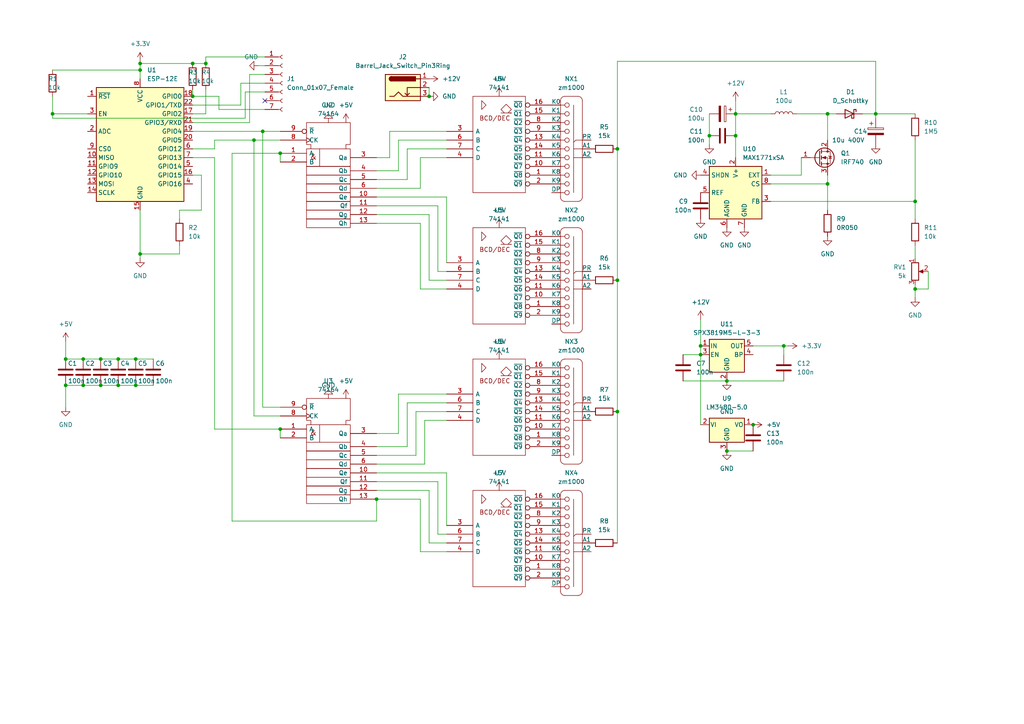
<source format=kicad_sch>
(kicad_sch (version 20230121) (generator eeschema)
  (paper "A4")
  (lib_symbols
    (symbol "74xx_IEEE:74141" (pin_names (offset 0.762))
      (property "Reference" "U" (at 0 0 0))
      (property "Value" "74141" (at 7.62 -15.24 0))
      (symbol "74141_0_0"
        (polyline (pts (xy 3.556 9.144) (xy 3.048 9.144) (xy 3.048 9.144)))
        (polyline (pts (xy -5.08 12.7) (xy -5.08 10.16) (xy -3.81 11.43) (xy -5.08 12.7) (xy -5.08 12.7)))
        (polyline (pts (xy 2.54 9.144) (xy 3.556 10.16) (xy 2.032 11.684) (xy 0.508 10.16) (xy 1.524 9.144) (xy 0.508 9.144) (xy 3.556 9.144)))
        (text "BCD/DEC" (at -1.27 7.62 0) (effects (font (size 1.27 1.27))))
        (pin power_in line (at 0 -13.97 90) (length 0) hide (name "GND") (number "12"))
        (pin power_in line (at 0 13.97 270) (length 0) hide (name "VCC") (number "5"))
      )
      (symbol "74141_0_1"
        (rectangle (start -7.62 13.97) (end 7.62 -13.97))
      )
      (symbol "74141_1_1"
        (pin open_collector inverted (at 15.24 -8.89 180) (length 7.62) (name "~{Q8}") (number "1"))
        (pin open_collector inverted (at 15.24 -6.35 180) (length 7.62) (name "~{Q7}") (number "10"))
        (pin open_collector inverted (at 15.24 -3.81 180) (length 7.62) (name "~{Q6}") (number "11"))
        (pin open_collector inverted (at 15.24 1.27 180) (length 7.62) (name "~{Q4}") (number "13"))
        (pin open_collector inverted (at 15.24 -1.27 180) (length 7.62) (name "~{Q5}") (number "14"))
        (pin open_collector inverted (at 15.24 8.89 180) (length 7.62) (name "~{Q1}") (number "15"))
        (pin open_collector inverted (at 15.24 11.43 180) (length 7.62) (name "~{Q0}") (number "16"))
        (pin open_collector inverted (at 15.24 -11.43 180) (length 7.62) (name "~{Q9}") (number "2"))
        (pin input line (at -15.24 3.81 0) (length 7.62) (name "A") (number "3"))
        (pin input line (at -15.24 -3.81 0) (length 7.62) (name "D") (number "4"))
        (pin input line (at -15.24 1.27 0) (length 7.62) (name "B") (number "6"))
        (pin input line (at -15.24 -1.27 0) (length 7.62) (name "C") (number "7"))
        (pin open_collector inverted (at 15.24 6.35 180) (length 7.62) (name "~{Q2}") (number "8"))
        (pin open_collector inverted (at 15.24 3.81 180) (length 7.62) (name "~{Q3}") (number "9"))
      )
    )
    (symbol "74xx_IEEE:74164" (pin_names (offset 0.762))
      (property "Reference" "U" (at 8.89 6.35 0))
      (property "Value" "74164" (at 6.35 -22.86 0))
      (symbol "74164_0_0"
        (text "&" (at -4.318 -1.016 0) (effects (font (size 1.524 1.524))))
      )
      (symbol "74164_0_1"
        (rectangle (start -6.35 -19.05) (end 6.35 -21.59))
        (rectangle (start -6.35 -16.51) (end 6.35 -19.05))
        (rectangle (start -6.35 -13.97) (end 6.35 -16.51))
        (rectangle (start -6.35 -11.43) (end 6.35 -13.97))
        (rectangle (start -6.35 -8.89) (end 6.35 -11.43))
        (rectangle (start -6.35 -6.35) (end 6.35 -8.89))
        (rectangle (start -6.35 -3.81) (end 6.35 -6.35))
        (rectangle (start -6.35 1.27) (end 6.35 -3.81))
        (polyline (pts (xy -2.54 1.27) (xy -2.54 -3.81) (xy -2.54 -3.81)))
        (polyline (pts (xy -5.08 1.27) (xy -5.08 2.54) (xy -6.35 2.54) (xy -6.35 8.89) (xy 6.35 8.89) (xy 6.35 2.54) (xy 5.08 2.54) (xy 5.08 1.27) (xy 5.08 1.27)))
      )
      (symbol "74164_1_1"
        (pin input line (at -13.97 0 0) (length 7.62) (name "A") (number "1"))
        (pin output line (at 13.97 -12.7 180) (length 7.62) (name "Qe") (number "10"))
        (pin output line (at 13.97 -15.24 180) (length 7.62) (name "Qf") (number "11"))
        (pin output line (at 13.97 -17.78 180) (length 7.62) (name "Qg") (number "12"))
        (pin output line (at 13.97 -20.32 180) (length 7.62) (name "Qh") (number "13"))
        (pin power_in line (at 5.08 8.89 270) (length 0) hide (name "Vdd") (number "14"))
        (pin input line (at -13.97 -2.54 0) (length 7.62) (name "B") (number "2"))
        (pin output line (at 13.97 -1.27 180) (length 7.62) (name "Qa") (number "3"))
        (pin output line (at 13.97 -5.08 180) (length 7.62) (name "Qb") (number "4"))
        (pin output line (at 13.97 -7.62 180) (length 7.62) (name "Qc") (number "5"))
        (pin output line (at 13.97 -10.16 180) (length 7.62) (name "Qd") (number "6"))
        (pin power_in line (at 0 8.89 270) (length 0) hide (name "Vss") (number "7"))
        (pin input clock (at -13.97 3.81 0) (length 7.62) (name "CK") (number "8"))
        (pin input inverted (at -13.97 6.35 0) (length 7.62) (name "~{R}") (number "9"))
      )
    )
    (symbol "Connector:Barrel_Jack_Switch_Pin3Ring" (pin_names hide)
      (property "Reference" "J" (at 0 5.334 0))
      (property "Value" "Barrel_Jack_Switch_Pin3Ring" (at 0 -5.08 0))
      (symbol "Barrel_Jack_Switch_Pin3Ring_0_1"
        (rectangle (start -5.08 3.81) (end 5.08 -3.81) (stroke (width 0.254)) (fill (type background)))
        (arc (start -3.302 3.175) (mid -3.9343 2.54) (end -3.302 1.905) (stroke (width 0.254)))
        (arc (start -3.302 3.175) (mid -3.9343 2.54) (end -3.302 1.905) (stroke (width 0.254)) (fill (type outline)))
        (polyline (pts (xy 1.27 -2.286) (xy 1.905 -1.651)) (stroke (width 0.254)))
        (polyline (pts (xy 5.08 2.54) (xy 3.81 2.54)) (stroke (width 0.254)))
        (polyline (pts (xy 5.08 0) (xy 1.27 0) (xy 1.27 -2.286) (xy 0.635 -1.651)) (stroke (width 0.254)))
        (polyline (pts (xy -3.81 -2.54) (xy -2.54 -2.54) (xy -1.27 -1.27) (xy 0 -2.54) (xy 2.54 -2.54) (xy 5.08 -2.54)) (stroke (width 0.254)))
        (rectangle (start 3.683 3.175) (end -3.302 1.905) (stroke (width 0.254)) (fill (type outline)))
      )
      (symbol "Barrel_Jack_Switch_Pin3Ring_1_1"
        (pin passive line (at 7.62 2.54 180) (length 2.54) (name "~") (number "1"))
        (pin passive line (at 7.62 0 180) (length 2.54) (name "~") (number "2"))
        (pin passive line (at 7.62 -2.54 180) (length 2.54) (name "~") (number "3"))
      )
    )
    (symbol "Connector:Conn_01x07_Female" (pin_names (offset 1.016) hide)
      (property "Reference" "J" (at 0 10.16 0))
      (property "Value" "Conn_01x07_Female" (at 0 -10.16 0))
      (symbol "Conn_01x07_Female_1_1"
        (arc (start 0 -7.112) (mid -0.5058 -7.62) (end 0 -8.128) (stroke (width 0.1524)))
        (arc (start 0 -4.572) (mid -0.5058 -5.08) (end 0 -5.588) (stroke (width 0.1524)))
        (arc (start 0 -2.032) (mid -0.5058 -2.54) (end 0 -3.048) (stroke (width 0.1524)))
        (polyline (pts (xy -1.27 -7.62) (xy -0.508 -7.62)) (stroke (width 0.1524)))
        (polyline (pts (xy -1.27 -5.08) (xy -0.508 -5.08)) (stroke (width 0.1524)))
        (polyline (pts (xy -1.27 -2.54) (xy -0.508 -2.54)) (stroke (width 0.1524)))
        (polyline (pts (xy -1.27 0) (xy -0.508 0)) (stroke (width 0.1524)))
        (polyline (pts (xy -1.27 2.54) (xy -0.508 2.54)) (stroke (width 0.1524)))
        (polyline (pts (xy -1.27 5.08) (xy -0.508 5.08)) (stroke (width 0.1524)))
        (polyline (pts (xy -1.27 7.62) (xy -0.508 7.62)) (stroke (width 0.1524)))
        (arc (start 0 0.508) (mid -0.5058 0) (end 0 -0.508) (stroke (width 0.1524)))
        (arc (start 0 3.048) (mid -0.5058 2.54) (end 0 2.032) (stroke (width 0.1524)))
        (arc (start 0 5.588) (mid -0.5058 5.08) (end 0 4.572) (stroke (width 0.1524)))
        (arc (start 0 8.128) (mid -0.5058 7.62) (end 0 7.112) (stroke (width 0.1524)))
        (pin passive line (at -5.08 7.62 0) (length 3.81) (name "Pin_1") (number "1"))
        (pin passive line (at -5.08 5.08 0) (length 3.81) (name "Pin_2") (number "2"))
        (pin passive line (at -5.08 2.54 0) (length 3.81) (name "Pin_3") (number "3"))
        (pin passive line (at -5.08 0 0) (length 3.81) (name "Pin_4") (number "4"))
        (pin passive line (at -5.08 -2.54 0) (length 3.81) (name "Pin_5") (number "5"))
        (pin passive line (at -5.08 -5.08 0) (length 3.81) (name "Pin_6") (number "6"))
        (pin passive line (at -5.08 -7.62 0) (length 3.81) (name "Pin_7") (number "7"))
      )
    )
    (symbol "Device:C" (pin_numbers hide) (pin_names (offset 0.254))
      (property "Reference" "C" (at 0.635 2.54 0))
      (property "Value" "C" (at 0.635 -2.54 0))
      (symbol "C_0_1"
        (polyline (pts (xy -2.032 -0.762) (xy 2.032 -0.762)) (stroke (width 0.508)))
        (polyline (pts (xy -2.032 0.762) (xy 2.032 0.762)) (stroke (width 0.508)))
      )
      (symbol "C_1_1"
        (pin passive line (at 0 3.81 270) (length 2.794) (name "~") (number "1"))
        (pin passive line (at 0 -3.81 90) (length 2.794) (name "~") (number "2"))
      )
    )
    (symbol "Device:C_Polarized" (pin_numbers hide) (pin_names (offset 0.254))
      (property "Reference" "C" (at 0.635 2.54 0))
      (property "Value" "C_Polarized" (at 0.635 -2.54 0))
      (symbol "C_Polarized_0_1"
        (rectangle (start -2.286 0.508) (end 2.286 1.016))
        (polyline (pts (xy -1.778 2.286) (xy -0.762 2.286)))
        (polyline (pts (xy -1.27 2.794) (xy -1.27 1.778)))
        (rectangle (start 2.286 -0.508) (end -2.286 -1.016) (fill (type outline)))
      )
      (symbol "C_Polarized_1_1"
        (pin passive line (at 0 3.81 270) (length 2.794) (name "~") (number "1"))
        (pin passive line (at 0 -3.81 90) (length 2.794) (name "~") (number "2"))
      )
    )
    (symbol "Device:D_Schottky" (pin_numbers hide) (pin_names (offset 1.016) hide)
      (property "Reference" "D" (at 0 2.54 0))
      (property "Value" "D_Schottky" (at 0 -2.54 0))
      (symbol "D_Schottky_0_1"
        (polyline (pts (xy 1.27 0) (xy -1.27 0)))
        (polyline (pts (xy 1.27 1.27) (xy 1.27 -1.27) (xy -1.27 0) (xy 1.27 1.27)) (stroke (width 0.254)))
        (polyline (pts (xy -1.905 0.635) (xy -1.905 1.27) (xy -1.27 1.27) (xy -1.27 -1.27) (xy -0.635 -1.27) (xy -0.635 -0.635)) (stroke (width 0.254)))
      )
      (symbol "D_Schottky_1_1"
        (pin passive line (at -3.81 0 0) (length 2.54) (name "K") (number "1"))
        (pin passive line (at 3.81 0 180) (length 2.54) (name "A") (number "2"))
      )
    )
    (symbol "Device:L" (pin_numbers hide) (pin_names (offset 1.016) hide)
      (property "Reference" "L" (at -1.27 0 90))
      (property "Value" "L" (at 1.905 0 90))
      (symbol "L_0_1"
        (arc (start 0 -2.54) (mid 0.6323 -1.905) (end 0 -1.27))
        (arc (start 0 -1.27) (mid 0.6323 -0.635) (end 0 0))
        (arc (start 0 0) (mid 0.6323 0.635) (end 0 1.27))
        (arc (start 0 1.27) (mid 0.6323 1.905) (end 0 2.54))
      )
      (symbol "L_1_1"
        (pin passive line (at 0 3.81 270) (length 1.27) (name "1") (number "1"))
        (pin passive line (at 0 -3.81 90) (length 1.27) (name "2") (number "2"))
      )
    )
    (symbol "Device:R" (pin_numbers hide) (pin_names (offset 0))
      (property "Reference" "R" (at 2.032 0 90))
      (property "Value" "R" (at 0 0 90))
      (symbol "R_0_1"
        (rectangle (start -1.016 -2.54) (end 1.016 2.54) (stroke (width 0.254)))
      )
      (symbol "R_1_1"
        (pin passive line (at 0 3.81 270) (length 1.27) (name "~") (number "1"))
        (pin passive line (at 0 -3.81 90) (length 1.27) (name "~") (number "2"))
      )
    )
    (symbol "Device:R_Potentiometer" (pin_names (offset 1.016) hide)
      (property "Reference" "RV" (at -4.445 0 90))
      (property "Value" "R_Potentiometer" (at -2.54 0 90))
      (symbol "R_Potentiometer_0_1"
        (polyline (pts (xy 2.54 0) (xy 1.524 0)))
        (polyline (pts (xy 1.143 0) (xy 2.286 0.508) (xy 2.286 -0.508) (xy 1.143 0)) (fill (type outline)))
        (rectangle (start 1.016 2.54) (end -1.016 -2.54) (stroke (width 0.254)))
      )
      (symbol "R_Potentiometer_1_1"
        (pin passive line (at 0 3.81 270) (length 1.27) (name "1") (number "1"))
        (pin passive line (at 3.81 0 180) (length 1.27) (name "2") (number "2"))
        (pin passive line (at 0 -3.81 90) (length 1.27) (name "3") (number "3"))
      )
    )
    (symbol "RF_Module:ESP-12E"
      (property "Reference" "U" (at -12.7 19.05 0))
      (property "Value" "ESP-12E" (at 12.7 19.05 0))
      (symbol "ESP-12E_0_1"
        (rectangle (start -12.7 17.78) (end 12.7 -15.24) (stroke (width 0.254)) (fill (type background)))
      )
      (symbol "ESP-12E_1_1"
        (pin input line (at -15.24 15.24 0) (length 2.54) (name "~{RST}") (number "1"))
        (pin bidirectional line (at -15.24 -2.54 0) (length 2.54) (name "MISO") (number "10"))
        (pin bidirectional line (at -15.24 -5.08 0) (length 2.54) (name "GPIO9") (number "11"))
        (pin bidirectional line (at -15.24 -7.62 0) (length 2.54) (name "GPIO10") (number "12"))
        (pin bidirectional line (at -15.24 -10.16 0) (length 2.54) (name "MOSI") (number "13"))
        (pin bidirectional line (at -15.24 -12.7 0) (length 2.54) (name "SCLK") (number "14"))
        (pin power_in line (at 0 -17.78 90) (length 2.54) (name "GND") (number "15"))
        (pin bidirectional line (at 15.24 -7.62 180) (length 2.54) (name "GPIO15") (number "16"))
        (pin bidirectional line (at 15.24 10.16 180) (length 2.54) (name "GPIO2") (number "17"))
        (pin bidirectional line (at 15.24 15.24 180) (length 2.54) (name "GPIO0") (number "18"))
        (pin bidirectional line (at 15.24 5.08 180) (length 2.54) (name "GPIO4") (number "19"))
        (pin input line (at -15.24 5.08 0) (length 2.54) (name "ADC") (number "2"))
        (pin bidirectional line (at 15.24 2.54 180) (length 2.54) (name "GPIO5") (number "20"))
        (pin bidirectional line (at 15.24 7.62 180) (length 2.54) (name "GPIO3/RXD") (number "21"))
        (pin bidirectional line (at 15.24 12.7 180) (length 2.54) (name "GPIO1/TXD") (number "22"))
        (pin input line (at -15.24 10.16 0) (length 2.54) (name "EN") (number "3"))
        (pin bidirectional line (at 15.24 -10.16 180) (length 2.54) (name "GPIO16") (number "4"))
        (pin bidirectional line (at 15.24 -5.08 180) (length 2.54) (name "GPIO14") (number "5"))
        (pin bidirectional line (at 15.24 0 180) (length 2.54) (name "GPIO12") (number "6"))
        (pin bidirectional line (at 15.24 -2.54 180) (length 2.54) (name "GPIO13") (number "7"))
        (pin power_in line (at 0 20.32 270) (length 2.54) (name "VCC") (number "8"))
        (pin input line (at -15.24 0 0) (length 2.54) (name "CS0") (number "9"))
      )
    )
    (symbol "Regulator_Linear:LM3480-5.0" (pin_names (offset 0.254))
      (property "Reference" "U" (at -3.81 3.175 0))
      (property "Value" "LM3480-5.0" (at 0 3.175 0))
      (symbol "LM3480-5.0_0_1"
        (rectangle (start -5.08 1.905) (end 5.08 -5.08) (stroke (width 0.254)) (fill (type background)))
      )
      (symbol "LM3480-5.0_1_1"
        (pin power_out line (at 7.62 0 180) (length 2.54) (name "VO") (number "1"))
        (pin power_in line (at -7.62 0 0) (length 2.54) (name "VI") (number "2"))
        (pin power_in line (at 0 -7.62 90) (length 2.54) (name "GND") (number "3"))
      )
    )
    (symbol "Regulator_Linear:SPX3819M5-L-3-3" (pin_names (offset 0.254))
      (property "Reference" "U" (at -3.81 5.715 0))
      (property "Value" "SPX3819M5-L-3-3" (at 0 5.715 0))
      (symbol "SPX3819M5-L-3-3_0_1"
        (rectangle (start -5.08 4.445) (end 5.08 -5.08) (stroke (width 0.254)) (fill (type background)))
      )
      (symbol "SPX3819M5-L-3-3_1_1"
        (pin power_in line (at -7.62 2.54 0) (length 2.54) (name "IN") (number "1"))
        (pin power_in line (at 0 -7.62 90) (length 2.54) (name "GND") (number "2"))
        (pin input line (at -7.62 0 0) (length 2.54) (name "EN") (number "3"))
        (pin input line (at 7.62 0 180) (length 2.54) (name "BP") (number "4"))
        (pin power_out line (at 7.62 2.54 180) (length 2.54) (name "OUT") (number "5"))
      )
    )
    (symbol "Regulator_Switching:MAX1771xSA"
      (property "Reference" "U" (at -3.81 10.16 0))
      (property "Value" "MAX1771xSA" (at 6.35 10.16 0))
      (symbol "MAX1771xSA_0_1"
        (rectangle (start -7.62 7.62) (end 7.62 -7.62) (stroke (width 0.254)) (fill (type background)))
      )
      (symbol "MAX1771xSA_1_1"
        (pin output line (at 10.16 5.08 180) (length 2.54) (name "EXT") (number "1"))
        (pin power_in line (at 0 10.16 270) (length 2.54) (name "V+") (number "2"))
        (pin input line (at 10.16 -2.54 180) (length 2.54) (name "FB") (number "3"))
        (pin input line (at -10.16 5.08 0) (length 2.54) (name "SHDN") (number "4"))
        (pin passive line (at -10.16 0 0) (length 2.54) (name "REF") (number "5"))
        (pin power_in line (at -2.54 -10.16 90) (length 2.54) (name "AGND") (number "6"))
        (pin power_in line (at 2.54 -10.16 90) (length 2.54) (name "GND") (number "7"))
        (pin input line (at 10.16 2.54 180) (length 2.54) (name "CS") (number "8"))
      )
    )
    (symbol "Transistor_FET:IRF740" (pin_names hide)
      (property "Reference" "Q" (at 6.35 1.905 0))
      (property "Value" "IRF740" (at 6.35 0 0))
      (symbol "IRF740_0_1"
        (polyline (pts (xy 0.254 0) (xy -2.54 0)))
        (polyline (pts (xy 0.254 1.905) (xy 0.254 -1.905)) (stroke (width 0.254)))
        (polyline (pts (xy 0.762 -1.27) (xy 0.762 -2.286)) (stroke (width 0.254)))
        (polyline (pts (xy 0.762 0.508) (xy 0.762 -0.508)) (stroke (width 0.254)))
        (polyline (pts (xy 0.762 2.286) (xy 0.762 1.27)) (stroke (width 0.254)))
        (polyline (pts (xy 2.54 2.54) (xy 2.54 1.778)))
        (polyline (pts (xy 2.54 -2.54) (xy 2.54 0) (xy 0.762 0)))
        (polyline (pts (xy 0.762 -1.778) (xy 3.302 -1.778) (xy 3.302 1.778) (xy 0.762 1.778)))
        (polyline (pts (xy 1.016 0) (xy 2.032 0.381) (xy 2.032 -0.381) (xy 1.016 0)) (fill (type outline)))
        (polyline (pts (xy 2.794 0.508) (xy 2.921 0.381) (xy 3.683 0.381) (xy 3.81 0.254)))
        (polyline (pts (xy 3.302 0.381) (xy 2.921 -0.254) (xy 3.683 -0.254) (xy 3.302 0.381)))
        (circle (center 1.651 0) (radius 2.794) (stroke (width 0.254)))
        (circle (center 2.54 -1.778) (radius 0.254) (fill (type outline)))
        (circle (center 2.54 1.778) (radius 0.254) (fill (type outline)))
      )
      (symbol "IRF740_1_1"
        (pin input line (at -5.08 0 0) (length 2.54) (name "G") (number "1"))
        (pin passive line (at 2.54 5.08 270) (length 2.54) (name "D") (number "2"))
        (pin passive line (at 2.54 -5.08 90) (length 2.54) (name "S") (number "3"))
      )
    )
    (symbol "power:+12V" (power) (pin_names (offset 0))
      (property "Value" "+12V" (at 0 3.556 0))
      (symbol "+12V_0_1"
        (polyline (pts (xy -0.762 1.27) (xy 0 2.54)))
        (polyline (pts (xy 0 0) (xy 0 2.54)))
        (polyline (pts (xy 0 2.54) (xy 0.762 1.27)))
      )
      (symbol "+12V_1_1"
        (pin power_in line (at 0 0 90) (length 0) hide (name "+12V") (number "1"))
      )
    )
    (symbol "power:+3.3V" (power) (pin_names (offset 0))
      (property "Value" "+3.3V" (at 0 3.556 0))
      (symbol "+3.3V_0_1"
        (polyline (pts (xy -0.762 1.27) (xy 0 2.54)))
        (polyline (pts (xy 0 0) (xy 0 2.54)))
        (polyline (pts (xy 0 2.54) (xy 0.762 1.27)))
      )
      (symbol "+3.3V_1_1"
        (pin power_in line (at 0 0 90) (length 0) hide (name "+3.3V") (number "1"))
      )
    )
    (symbol "power:+5V" (power) (pin_names (offset 0))
      (property "Value" "+5V" (at 0 3.556 0))
      (symbol "+5V_0_1"
        (polyline (pts (xy -0.762 1.27) (xy 0 2.54)))
        (polyline (pts (xy 0 0) (xy 0 2.54)))
        (polyline (pts (xy 0 2.54) (xy 0.762 1.27)))
      )
      (symbol "+5V_1_1"
        (pin power_in line (at 0 0 90) (length 0) hide (name "+5V") (number "1"))
      )
    )
    (symbol "power:GND" (power) (pin_names (offset 0))
      (property "Value" "GND" (at 0 -3.81 0))
      (symbol "GND_0_1"
        (polyline (pts (xy 0 0) (xy 0 -1.27) (xy 1.27 -1.27) (xy 0 -2.54) (xy -1.27 -1.27) (xy 0 -1.27)))
      )
      (symbol "GND_1_1"
        (pin power_in line (at 0 0 270) (length 0) hide (name "GND") (number "1"))
      )
    )
    (symbol "raspnixie:zm1000" (pin_numbers hide) (pin_names (offset 0))
      (property "Reference" "NX" (at 2.54 -17.78 0))
      (property "Value" "zm1000" (at 2.54 -20.32 0))
      (symbol "zm1000_0_1"
        (arc (start -1.27 -15.24) (mid -0.898 -16.138) (end 0 -16.51))
        (polyline (pts (xy -1.27 -13.97) (xy 0 -13.97)))
        (polyline (pts (xy -1.27 -11.43) (xy 0 -11.43)))
        (polyline (pts (xy -1.27 -8.89) (xy 0 -8.89)))
        (polyline (pts (xy -1.27 -6.35) (xy 0 -6.35)))
        (polyline (pts (xy -1.27 -3.81) (xy 0 -3.81)))
        (polyline (pts (xy -1.27 -1.27) (xy 0 -1.27)))
        (polyline (pts (xy -1.27 1.27) (xy 0 1.27)))
        (polyline (pts (xy -1.27 3.81) (xy 0 3.81)))
        (polyline (pts (xy -1.27 6.35) (xy 0 6.35)))
        (polyline (pts (xy -1.27 8.89) (xy 0 8.89)))
        (polyline (pts (xy -1.27 11.43) (xy 0 11.43)))
        (polyline (pts (xy -1.27 12.7) (xy -1.27 -15.24)))
        (polyline (pts (xy 0 -16.51) (xy 3.81 -16.51)))
        (polyline (pts (xy 0 13.97) (xy 3.81 13.97)))
        (polyline (pts (xy 2.54 0.635) (xy 3.175 1.27)))
        (polyline (pts (xy 2.54 11.43) (xy 2.54 -13.97)))
        (polyline (pts (xy 3.175 1.27) (xy 5.08 1.27)))
        (polyline (pts (xy 5.08 -3.81) (xy 2.54 -3.81)))
        (polyline (pts (xy 5.08 -1.27) (xy 2.54 -1.27)))
        (polyline (pts (xy 5.08 0) (xy 5.08 0)))
        (polyline (pts (xy 5.08 12.7) (xy 5.08 -15.24)))
        (arc (start 0 13.97) (mid -0.898 13.598) (end -1.27 12.7))
        (circle (center 0.635 -13.97) (radius 0.635))
        (circle (center 0.635 -11.43) (radius 0.635))
        (circle (center 0.635 -8.89) (radius 0.635))
        (circle (center 0.635 -6.35) (radius 0.635))
        (circle (center 0.635 -3.81) (radius 0.635))
        (circle (center 0.635 -1.27) (radius 0.635))
        (circle (center 0.635 1.27) (radius 0.635))
        (circle (center 0.635 3.81) (radius 0.635))
        (circle (center 0.635 6.35) (radius 0.635))
        (circle (center 0.635 8.89) (radius 0.635))
        (circle (center 0.635 11.43) (radius 0.635))
        (arc (start 3.81 -16.51) (mid 4.708 -16.138) (end 5.08 -15.24))
        (arc (start 5.08 12.7) (mid 4.708 13.598) (end 3.81 13.97))
      )
      (symbol "zm1000_1_1"
        (pin passive line (at -3.81 11.43 0) (length 2.54) (name "K0") (number "0"))
        (pin passive line (at -3.81 8.89 0) (length 2.54) (name "K1") (number "1"))
        (pin passive line (at -3.81 -13.97 0) (length 2.54) (name "DP") (number "10"))
        (pin passive line (at 7.62 1.27 180) (length 2.54) (name "PR") (number "11"))
        (pin passive line (at 7.62 -1.27 180) (length 2.54) (name "A1") (number "12"))
        (pin passive line (at 7.62 -3.81 180) (length 2.54) (name "A2") (number "13"))
        (pin passive line (at -3.81 6.35 0) (length 2.54) (name "K2") (number "2"))
        (pin passive line (at -3.81 3.81 0) (length 2.54) (name "K3") (number "3"))
        (pin passive line (at -3.81 1.27 0) (length 2.54) (name "K4") (number "4"))
        (pin passive line (at -3.81 -1.27 0) (length 2.54) (name "K5") (number "5"))
        (pin passive line (at -3.81 -3.81 0) (length 2.54) (name "K6") (number "6"))
        (pin passive line (at -3.81 -6.35 0) (length 2.54) (name "K7") (number "7"))
        (pin passive line (at -3.81 -8.89 0) (length 2.54) (name "K8") (number "8"))
        (pin passive line (at -3.81 -11.43 0) (length 2.54) (name "K9") (number "9"))
      )
    )
  )
  (junction (at 40.64 18.415))
  (junction (at 218.44 123.19))
  (junction (at 39.37 104.14))
  (junction (at 265.43 83.82))
  (junction (at 240.03 53.34))
  (junction (at 179.07 81.28))
  (junction (at 19.05 104.14))
  (junction (at 210.82 110.49))
  (junction (at 29.21 104.14))
  (junction (at 76.2 38.1))
  (junction (at 34.29 111.76))
  (junction (at 213.36 33.02))
  (junction (at 179.07 43.18))
  (junction (at 73.66 40.64))
  (junction (at 109.22 144.78))
  (junction (at 179.07 119.38))
  (junction (at 19.05 111.76))
  (junction (at 240.03 33.02))
  (junction (at 55.88 18.415))
  (junction (at 15.24 33.02))
  (junction (at 24.13 104.14))
  (junction (at 34.29 104.14))
  (junction (at 203.2 102.87))
  (junction (at 203.2 100.33))
  (junction (at 265.43 58.42))
  (junction (at 24.13 111.76))
  (junction (at 55.88 27.94))
  (junction (at 39.37 111.76))
  (junction (at 205.74 39.37))
  (junction (at 210.82 130.81))
  (junction (at 213.36 39.37))
  (junction (at 59.69 18.415))
  (junction (at 81.28 124.46))
  (junction (at 124.46 27.94))
  (junction (at 227.33 100.33))
  (junction (at 40.64 73.66))
  (junction (at 29.21 111.76))
  (junction (at 40.64 20.32))
  (junction (at 81.28 44.45))
  (junction (at 254 33.02))
  (no_connect (at 76.835 29.21))
  (wire (pts (xy 109.22 137.16) (xy 129.54 137.16)))
  (wire (pts (xy 254 17.78) (xy 254 33.02)))
  (wire (pts (xy 109.22 142.24) (xy 124.46 142.24)))
  (wire (pts (xy 24.13 104.14) (xy 29.21 104.14)))
  (wire (pts (xy 40.64 17.78) (xy 40.64 18.415)))
  (wire (pts (xy 115.57 114.3) (xy 129.54 114.3)))
  (wire (pts (xy 39.37 104.14) (xy 44.45 104.14)))
  (wire (pts (xy 55.88 38.1) (xy 76.2 38.1)))
  (wire (pts (xy 118.11 43.18) (xy 129.54 43.18)))
  (wire (pts (xy 15.24 34.29) (xy 15.24 33.02)))
  (wire (pts (xy 121.92 144.78) (xy 121.92 160.02)))
  (wire (pts (xy 67.31 151.13) (xy 67.31 44.45)))
  (wire (pts (xy 55.88 50.8) (xy 58.42 50.8)))
  (wire (pts (xy 121.92 83.82) (xy 129.54 83.82)))
  (wire (pts (xy 120.65 132.08) (xy 120.65 119.38)))
  (wire (pts (xy 203.2 100.33) (xy 203.2 102.87)))
  (wire (pts (xy 198.12 102.87) (xy 203.2 102.87)))
  (wire (pts (xy 63.5 31.75) (xy 63.5 27.94)))
  (wire (pts (xy 203.2 92.71) (xy 203.2 100.33)))
  (wire (pts (xy 15.24 20.32) (xy 40.64 20.32)))
  (wire (pts (xy 109.22 139.7) (xy 127 139.7)))
  (wire (pts (xy 232.41 45.72) (xy 232.41 50.8)))
  (wire (pts (xy 62.23 124.46) (xy 81.28 124.46)))
  (wire (pts (xy 223.52 53.34) (xy 240.03 53.34)))
  (wire (pts (xy 59.69 26.035) (xy 59.69 33.02)))
  (wire (pts (xy 265.43 63.5) (xy 265.43 58.42)))
  (wire (pts (xy 121.92 160.02) (xy 129.54 160.02)))
  (wire (pts (xy 120.65 119.38) (xy 129.54 119.38)))
  (wire (pts (xy 109.22 49.53) (xy 115.57 49.53)))
  (wire (pts (xy 81.28 124.46) (xy 81.28 127)))
  (wire (pts (xy 19.05 99.06) (xy 19.05 104.14)))
  (wire (pts (xy 118.11 129.54) (xy 118.11 116.84)))
  (wire (pts (xy 34.29 104.14) (xy 39.37 104.14)))
  (wire (pts (xy 109.22 132.08) (xy 120.65 132.08)))
  (wire (pts (xy 29.21 104.14) (xy 34.29 104.14)))
  (wire (pts (xy 19.05 104.14) (xy 24.13 104.14)))
  (wire (pts (xy 55.88 26.035) (xy 55.88 27.94)))
  (wire (pts (xy 205.74 33.02) (xy 205.74 39.37)))
  (wire (pts (xy 127 154.94) (xy 129.54 154.94)))
  (wire (pts (xy 127 139.7) (xy 127 154.94)))
  (wire (pts (xy 81.28 44.45) (xy 81.28 46.99)))
  (wire (pts (xy 76.2 118.11) (xy 76.2 38.1)))
  (wire (pts (xy 213.36 33.02) (xy 213.36 39.37)))
  (wire (pts (xy 115.57 125.73) (xy 115.57 114.3)))
  (wire (pts (xy 24.13 111.76) (xy 29.21 111.76)))
  (wire (pts (xy 265.43 86.36) (xy 265.43 83.82)))
  (wire (pts (xy 69.85 30.48) (xy 69.85 24.13)))
  (wire (pts (xy 58.42 50.8) (xy 58.42 60.96)))
  (wire (pts (xy 210.82 110.49) (xy 227.33 110.49)))
  (wire (pts (xy 81.28 118.11) (xy 76.2 118.11)))
  (wire (pts (xy 109.22 64.77) (xy 121.92 64.77)))
  (wire (pts (xy 109.22 151.13) (xy 67.31 151.13)))
  (wire (pts (xy 179.07 43.18) (xy 179.07 81.28)))
  (wire (pts (xy 213.36 33.02) (xy 223.52 33.02)))
  (wire (pts (xy 227.33 100.33) (xy 227.33 102.87)))
  (wire (pts (xy 72.39 21.59) (xy 76.835 21.59)))
  (wire (pts (xy 19.05 111.76) (xy 24.13 111.76)))
  (wire (pts (xy 15.24 33.02) (xy 25.4 33.02)))
  (wire (pts (xy 205.74 39.37) (xy 205.74 41.91)))
  (wire (pts (xy 109.22 134.62) (xy 123.19 134.62)))
  (wire (pts (xy 231.14 33.02) (xy 240.03 33.02)))
  (wire (pts (xy 113.03 38.1) (xy 129.54 38.1)))
  (wire (pts (xy 40.64 73.66) (xy 52.07 73.66)))
  (wire (pts (xy 118.11 52.07) (xy 118.11 43.18)))
  (wire (pts (xy 71.12 26.67) (xy 76.835 26.67)))
  (wire (pts (xy 265.43 83.82) (xy 265.43 82.55)))
  (wire (pts (xy 62.23 40.64) (xy 73.66 40.64)))
  (wire (pts (xy 250.19 33.02) (xy 254 33.02)))
  (wire (pts (xy 121.92 64.77) (xy 121.92 83.82)))
  (wire (pts (xy 52.07 71.12) (xy 52.07 73.66)))
  (wire (pts (xy 109.22 57.15) (xy 129.54 57.15)))
  (wire (pts (xy 55.88 27.94) (xy 63.5 27.94)))
  (wire (pts (xy 73.66 40.64) (xy 81.28 40.64)))
  (wire (pts (xy 123.19 121.92) (xy 129.54 121.92)))
  (wire (pts (xy 269.24 83.82) (xy 265.43 83.82)))
  (wire (pts (xy 81.28 120.65) (xy 73.66 120.65)))
  (wire (pts (xy 40.64 74.93) (xy 40.64 73.66)))
  (wire (pts (xy 228.6 100.33) (xy 227.33 100.33)))
  (wire (pts (xy 254 33.02) (xy 265.43 33.02)))
  (wire (pts (xy 109.22 125.73) (xy 115.57 125.73)))
  (wire (pts (xy 254 17.78) (xy 179.07 17.78)))
  (wire (pts (xy 129.54 57.15) (xy 129.54 76.2)))
  (wire (pts (xy 127 59.69) (xy 127 78.74)))
  (wire (pts (xy 39.37 111.76) (xy 44.45 111.76)))
  (wire (pts (xy 218.44 100.33) (xy 227.33 100.33)))
  (wire (pts (xy 59.69 18.415) (xy 59.69 16.51)))
  (wire (pts (xy 179.07 17.78) (xy 179.07 43.18)))
  (wire (pts (xy 213.36 29.21) (xy 213.36 33.02)))
  (wire (pts (xy 198.12 110.49) (xy 210.82 110.49)))
  (wire (pts (xy 58.42 60.96) (xy 52.07 60.96)))
  (wire (pts (xy 62.23 43.18) (xy 62.23 40.64)))
  (wire (pts (xy 121.92 45.72) (xy 129.54 45.72)))
  (wire (pts (xy 124.46 81.28) (xy 129.54 81.28)))
  (wire (pts (xy 210.82 130.81) (xy 218.44 130.81)))
  (wire (pts (xy 109.22 62.23) (xy 124.46 62.23)))
  (wire (pts (xy 63.5 31.75) (xy 76.835 31.75)))
  (wire (pts (xy 115.57 49.53) (xy 115.57 40.64)))
  (wire (pts (xy 265.43 74.93) (xy 265.43 71.12)))
  (wire (pts (xy 109.22 129.54) (xy 118.11 129.54)))
  (wire (pts (xy 109.22 45.72) (xy 113.03 45.72)))
  (wire (pts (xy 124.46 157.48) (xy 129.54 157.48)))
  (wire (pts (xy 29.21 111.76) (xy 34.29 111.76)))
  (wire (pts (xy 129.54 137.16) (xy 129.54 152.4)))
  (wire (pts (xy 179.07 119.38) (xy 179.07 157.48)))
  (wire (pts (xy 52.07 60.96) (xy 52.07 63.5)))
  (wire (pts (xy 203.2 102.87) (xy 203.2 123.19)))
  (wire (pts (xy 62.23 45.72) (xy 62.23 124.46)))
  (wire (pts (xy 55.88 43.18) (xy 62.23 43.18)))
  (wire (pts (xy 124.46 142.24) (xy 124.46 157.48)))
  (wire (pts (xy 40.64 73.66) (xy 40.64 60.96)))
  (wire (pts (xy 55.88 45.72) (xy 62.23 45.72)))
  (wire (pts (xy 55.88 35.56) (xy 72.39 35.56)))
  (wire (pts (xy 34.29 111.76) (xy 39.37 111.76)))
  (wire (pts (xy 19.05 111.76) (xy 19.05 118.11)))
  (wire (pts (xy 123.19 134.62) (xy 123.19 121.92)))
  (wire (pts (xy 72.39 35.56) (xy 72.39 21.59)))
  (wire (pts (xy 115.57 40.64) (xy 129.54 40.64)))
  (wire (pts (xy 59.69 16.51) (xy 76.835 16.51)))
  (wire (pts (xy 59.69 33.02) (xy 55.88 33.02)))
  (wire (pts (xy 254 33.02) (xy 254 34.29)))
  (wire (pts (xy 240.03 33.02) (xy 240.03 40.64)))
  (wire (pts (xy 109.22 59.69) (xy 127 59.69)))
  (wire (pts (xy 40.64 18.415) (xy 40.64 20.32)))
  (wire (pts (xy 109.22 54.61) (xy 121.92 54.61)))
  (wire (pts (xy 240.03 50.8) (xy 240.03 53.34)))
  (wire (pts (xy 179.07 81.28) (xy 179.07 119.38)))
  (wire (pts (xy 124.46 25.4) (xy 124.46 27.94)))
  (wire (pts (xy 55.245 20.955) (xy 55.88 20.955)))
  (wire (pts (xy 76.835 19.05) (xy 74.93 19.05)))
  (wire (pts (xy 15.24 27.94) (xy 15.24 33.02)))
  (wire (pts (xy 127 78.74) (xy 129.54 78.74)))
  (wire (pts (xy 232.41 50.8) (xy 223.52 50.8)))
  (wire (pts (xy 242.57 33.02) (xy 240.03 33.02)))
  (wire (pts (xy 223.52 58.42) (xy 265.43 58.42)))
  (wire (pts (xy 124.46 62.23) (xy 124.46 81.28)))
  (wire (pts (xy 265.43 40.64) (xy 265.43 58.42)))
  (wire (pts (xy 69.85 24.13) (xy 76.835 24.13)))
  (wire (pts (xy 109.22 144.78) (xy 121.92 144.78)))
  (wire (pts (xy 269.24 78.74) (xy 269.24 83.82)))
  (wire (pts (xy 15.24 34.29) (xy 71.12 34.29)))
  (wire (pts (xy 113.03 45.72) (xy 113.03 38.1)))
  (wire (pts (xy 40.64 18.415) (xy 55.88 18.415)))
  (wire (pts (xy 240.03 60.96) (xy 240.03 53.34)))
  (wire (pts (xy 109.22 52.07) (xy 118.11 52.07)))
  (wire (pts (xy 55.88 18.415) (xy 59.69 18.415)))
  (wire (pts (xy 67.31 44.45) (xy 81.28 44.45)))
  (wire (pts (xy 76.2 38.1) (xy 81.28 38.1)))
  (wire (pts (xy 55.88 30.48) (xy 69.85 30.48)))
  (wire (pts (xy 121.92 54.61) (xy 121.92 45.72)))
  (wire (pts (xy 109.22 144.78) (xy 109.22 151.13)))
  (wire (pts (xy 213.36 39.37) (xy 213.36 45.72)))
  (wire (pts (xy 71.12 34.29) (xy 71.12 26.67)))
  (wire (pts (xy 73.66 120.65) (xy 73.66 40.64)))
  (wire (pts (xy 40.64 20.32) (xy 40.64 22.86)))
  (wire (pts (xy 118.11 116.84) (xy 129.54 116.84)))
  (symbol (lib_id "power:GND") (at 210.82 130.81 0) (unit 1)
    (property "Reference" "#PWR022" (effects hide))
    (property "Value" "GND" (at 210.82 135.89 0))
  )
  (symbol (lib_id "Device:R") (at 52.07 67.31 0) (unit 1)
    (property "Reference" "R2" (at 54.61 66.0399 0) (effects (justify left)))
    (property "Value" "10k" (at 54.61 68.5799 0) (effects (justify left)))
    (property "Footprint" "Resistor_SMD:R_1206_3216Metric_Pad1.30x1.75mm_HandSolder" (effects hide))
  )
  (symbol (lib_id "Device:R") (at 175.26 119.38 90) (unit 1)
    (property "Reference" "R7" (at 175.26 113.03 90))
    (property "Value" "15k" (at 175.26 115.57 90))
    (property "Footprint" "Resistor_SMD:R_1206_3216Metric_Pad1.30x1.75mm_HandSolder" (effects hide))
  )
  (symbol (lib_id "power:+3.3V") (at 40.64 17.78 0) (unit 1)
    (property "Reference" "#PWR03" (effects hide))
    (property "Value" "+3.3V" (at 40.64 12.7 0))
  )
  (symbol (lib_id "Device:R_Potentiometer") (at 265.43 78.74 0) (unit 1)
    (property "Reference" "RV1" (at 262.89 77.4699 0) (effects (justify right)))
    (property "Value" "5k" (at 262.89 80.0099 0) (effects (justify right)))
    (property "Footprint" "Potentiometer_SMD:Potentiometer_Bourns_TC33X_Vertical" (effects hide))
  )
  (symbol (lib_id "power:GND") (at 240.03 68.58 0) (unit 1)
    (property "Reference" "#PWR027" (effects hide))
    (property "Value" "GND" (at 240.03 73.66 0))
  )
  (symbol (lib_id "raspnixie:zm1000") (at 163.83 118.11 0) (unit 1)
    (property "Reference" "NX3" (at 165.735 99.06 0))
    (property "Value" "zm1000" (at 165.735 101.6 0))
    (property "Footprint" "raspnixie:zm1000" (effects hide))
  )
  (symbol (lib_id "power:+12V") (at 203.2 92.71 0) (unit 1)
    (property "Reference" "#PWR018" (effects hide))
    (property "Value" "+12V" (at 203.2 87.63 0))
  )
  (symbol (lib_id "power:+5V") (at 100.33 115.57 0) (unit 1)
    (property "Reference" "#PWR09" (effects hide))
    (property "Value" "+5V" (at 100.33 110.49 0))
  )
  (symbol (lib_id "Device:C") (at 29.21 107.95 0) (unit 1)
    (property "Reference" "C3" (at 29.845 105.41 0) (effects (justify left)))
    (property "Value" "100n" (at 29.845 110.49 0) (effects (justify left)))
    (property "Footprint" "Capacitor_SMD:C_1206_3216Metric_Pad1.33x1.80mm_HandSolder" (effects hide))
  )
  (symbol (lib_id "Device:R") (at 55.88 22.225 0) (unit 1)
    (property "Reference" "R3" (at 54.61 20.955 0) (effects (justify left)))
    (property "Value" "10k" (at 54.61 23.495 0) (effects (justify left)))
    (property "Footprint" "Resistor_SMD:R_1206_3216Metric_Pad1.30x1.75mm_HandSolder" (effects hide))
  )
  (symbol (lib_id "Device:C_Polarized") (at 209.55 33.02 270) (unit 1)
    (property "Reference" "C10" (at 201.93 31.75 90))
    (property "Value" "100u" (at 201.93 34.29 90))
    (property "Footprint" "Capacitor_Tantalum_SMD:CP_EIA-7343-31_Kemet-D_Pad2.25x2.55mm_HandSolder" (effects hide))
  )
  (symbol (lib_id "power:+12V") (at 124.46 22.86 270) (unit 1)
    (property "Reference" "#PWR010" (effects hide))
    (property "Value" "+12V" (at 128.27 22.8599 90) (effects (justify left)))
  )
  (symbol (lib_id "74xx_IEEE:74164") (at 95.25 44.45 0) (unit 1)
    (property "Reference" "U2" (at 95.25 30.48 0))
    (property "Value" "74164" (at 95.25 33.02 0))
    (property "Footprint" "Package_DIP:DIP-14_W7.62mm_LongPads" (effects hide))
  )
  (symbol (lib_id "Regulator_Linear:SPX3819M5-L-3-3") (at 210.82 102.87 0) (unit 1)
    (property "Reference" "U11" (at 210.82 93.98 0))
    (property "Value" "SPX3819M5-L-3-3" (at 210.82 96.52 0))
    (property "Footprint" "Package_TO_SOT_SMD:SOT-23-5_HandSoldering" (effects hide))
    (property "Datasheet" "https://www.exar.com/content/document.ashx?id=22106&languageid=1033&type=Datasheet&partnumber=SPX3819&filename=SPX3819.pdf&part=SPX3819" (effects hide))
  )
  (symbol (lib_id "Device:C") (at 203.2 59.69 0) (unit 1)
    (property "Reference" "C9" (at 196.85 58.42 0) (effects (justify left)))
    (property "Value" "100n" (at 195.58 60.96 0) (effects (justify left)))
    (property "Footprint" "Capacitor_SMD:C_1206_3216Metric_Pad1.33x1.80mm_HandSolder" (effects hide))
  )
  (symbol (lib_id "power:+12V") (at 213.36 29.21 0) (unit 1)
    (property "Reference" "#PWR023" (effects hide))
    (property "Value" "+12V" (at 213.36 24.13 0))
  )
  (symbol (lib_id "Regulator_Linear:LM3480-5.0") (at 210.82 123.19 0) (unit 1)
    (property "Reference" "U9" (at 210.82 115.57 0))
    (property "Value" "LM3480-5.0" (at 210.82 118.11 0))
    (property "Footprint" "Package_TO_SOT_SMD:SOT-23_Handsoldering" (effects hide))
    (property "Datasheet" "http://www.ti.com/lit/ds/symlink/lm3480.pdf" (effects hide))
  )
  (symbol (lib_id "raspnixie:zm1000") (at 163.83 41.91 0) (unit 1)
    (property "Reference" "NX1" (at 165.735 22.86 0))
    (property "Value" "zm1000" (at 165.735 25.4 0))
    (property "Footprint" "raspnixie:zm1000" (effects hide))
  )
  (symbol (lib_id "Device:R") (at 15.24 24.13 0) (unit 1)
    (property "Reference" "R1" (at 13.97 22.86 0) (effects (justify left)))
    (property "Value" "10k" (at 13.97 25.4 0) (effects (justify left)))
    (property "Footprint" "Resistor_SMD:R_1206_3216Metric_Pad1.30x1.75mm_HandSolder" (effects hide))
  )
  (symbol (lib_id "Device:D_Schottky") (at 246.38 33.02 0) (mirror y) (unit 1)
    (property "Reference" "D1" (at 246.6975 26.67 0))
    (property "Value" "D_Schottky" (at 246.6975 29.21 0))
    (property "Footprint" "Diode_SMD:D_SMB_Handsoldering" (effects hide))
  )
  (symbol (lib_id "Device:R") (at 59.69 22.225 0) (unit 1)
    (property "Reference" "R4" (at 58.42 20.955 0) (effects (justify left)))
    (property "Value" "10k" (at 58.42 23.495 0) (effects (justify left)))
    (property "Footprint" "Resistor_SMD:R_1206_3216Metric_Pad1.30x1.75mm_HandSolder" (effects hide))
  )
  (symbol (lib_id "power:GND") (at 265.43 86.36 0) (unit 1)
    (property "Reference" "#PWR029" (effects hide))
    (property "Value" "GND" (at 265.43 91.44 0))
  )
  (symbol (lib_id "Transistor_FET:IRF740") (at 237.49 45.72 0) (unit 1)
    (property "Reference" "Q1" (at 243.84 44.4499 0) (effects (justify left)))
    (property "Value" "IRF740" (at 243.84 46.9899 0) (effects (justify left)))
    (property "Footprint" "Package_TO_SOT_THT:TO-220-3_Vertical" (effects hide))
    (property "Datasheet" "http://www.vishay.com/docs/91054/91054.pdf" (effects hide))
  )
  (symbol (lib_id "74xx_IEEE:74141") (at 144.78 80.01 0) (unit 1)
    (property "Reference" "U5" (at 144.78 60.96 0))
    (property "Value" "74141" (at 144.78 63.5 0))
    (property "Footprint" "Package_DIP:DIP-16_W7.62mm_LongPads" (effects hide))
  )
  (symbol (lib_id "power:GND") (at 254 41.91 0) (unit 1)
    (property "Reference" "#PWR028" (effects hide))
    (property "Value" "GND" (at 254 46.99 0))
  )
  (symbol (lib_id "power:GND") (at 74.93 19.05 270) (unit 1)
    (property "Reference" "#PWR05" (effects hide))
    (property "Value" "GND" (at 74.93 16.51 90) (effects (justify right)))
  )
  (symbol (lib_id "Device:C") (at 19.05 107.95 0) (unit 1)
    (property "Reference" "C1" (at 19.685 105.41 0) (effects (justify left)))
    (property "Value" "100n" (at 19.685 110.49 0) (effects (justify left)))
    (property "Footprint" "Capacitor_SMD:C_1206_3216Metric_Pad1.33x1.80mm_HandSolder" (effects hide))
  )
  (symbol (lib_id "power:+5V") (at 144.78 142.24 0) (unit 1)
    (property "Reference" "#PWR015" (effects hide))
    (property "Value" "+5V" (at 144.78 137.16 0))
  )
  (symbol (lib_id "Device:R") (at 265.43 67.31 0) (unit 1)
    (property "Reference" "R11" (at 267.97 66.0399 0) (effects (justify left)))
    (property "Value" "10k" (at 267.97 68.5799 0) (effects (justify left)))
    (property "Footprint" "Resistor_SMD:R_1206_3216Metric_Pad1.30x1.75mm_HandSolder" (effects hide))
  )
  (symbol (lib_id "74xx_IEEE:74141") (at 144.78 118.11 0) (unit 1)
    (property "Reference" "U6" (at 144.78 99.06 0))
    (property "Value" "74141" (at 144.78 101.6 0))
    (property "Footprint" "Package_DIP:DIP-16_W7.62mm_LongPads" (effects hide))
  )
  (symbol (lib_id "power:GND") (at 203.2 63.5 0) (unit 1)
    (property "Reference" "#PWR017" (effects hide))
    (property "Value" "GND" (at 203.2 68.58 0))
  )
  (symbol (lib_id "Device:C") (at 209.55 39.37 270) (unit 1)
    (property "Reference" "C11" (at 201.93 38.1 90))
    (property "Value" "100n" (at 201.93 40.64 90))
    (property "Footprint" "Capacitor_SMD:C_1206_3216Metric_Pad1.33x1.80mm_HandSolder" (effects hide))
  )
  (symbol (lib_id "raspnixie:zm1000") (at 163.83 156.21 0) (unit 1)
    (property "Reference" "NX4" (at 165.735 137.16 0))
    (property "Value" "zm1000" (at 165.735 139.7 0))
    (property "Footprint" "raspnixie:zm1000" (effects hide))
  )
  (symbol (lib_id "Device:R") (at 175.26 43.18 90) (unit 1)
    (property "Reference" "R5" (at 175.26 36.83 90))
    (property "Value" "15k" (at 175.26 39.37 90))
    (property "Footprint" "Resistor_SMD:R_1206_3216Metric_Pad1.30x1.75mm_HandSolder" (effects hide))
  )
  (symbol (lib_id "Device:C") (at 44.45 107.95 0) (unit 1)
    (property "Reference" "C6" (at 45.085 105.41 0) (effects (justify left)))
    (property "Value" "100n" (at 45.085 110.49 0) (effects (justify left)))
    (property "Footprint" "Capacitor_SMD:C_1206_3216Metric_Pad1.33x1.80mm_HandSolder" (effects hide))
  )
  (symbol (lib_id "power:GND") (at 210.82 66.04 0) (unit 1)
    (property "Reference" "#PWR020" (effects hide))
    (property "Value" "GND" (at 210.82 71.12 0))
  )
  (symbol (lib_id "Device:R") (at 175.26 81.28 90) (unit 1)
    (property "Reference" "R6" (at 175.26 74.93 90))
    (property "Value" "15k" (at 175.26 77.47 90))
    (property "Footprint" "Resistor_SMD:R_1206_3216Metric_Pad1.30x1.75mm_HandSolder" (effects hide))
  )
  (symbol (lib_id "74xx_IEEE:74141") (at 144.78 41.91 0) (unit 1)
    (property "Reference" "U4" (at 144.78 22.86 0))
    (property "Value" "74141" (at 144.78 25.4 0))
    (property "Footprint" "Package_DIP:DIP-16_W7.62mm_LongPads" (effects hide))
  )
  (symbol (lib_id "power:GND") (at 215.9 66.04 0) (unit 1)
    (property "Reference" "#PWR024" (effects hide))
    (property "Value" "GND" (at 215.9 71.12 0))
  )
  (symbol (lib_id "power:+5V") (at 144.78 104.14 0) (unit 1)
    (property "Reference" "#PWR014" (effects hide))
    (property "Value" "+5V" (at 144.78 99.06 0))
  )
  (symbol (lib_id "74xx_IEEE:74164") (at 95.25 124.46 0) (unit 1)
    (property "Reference" "U3" (at 95.25 110.49 0))
    (property "Value" "74164" (at 95.25 113.03 0))
    (property "Footprint" "Package_DIP:DIP-14_W7.62mm_LongPads" (effects hide))
  )
  (symbol (lib_id "Device:C") (at 39.37 107.95 0) (unit 1)
    (property "Reference" "C5" (at 40.005 105.41 0) (effects (justify left)))
    (property "Value" "100n" (at 40.005 110.49 0) (effects (justify left)))
    (property "Footprint" "Capacitor_SMD:C_1206_3216Metric_Pad1.33x1.80mm_HandSolder" (effects hide))
  )
  (symbol (lib_id "Device:C") (at 218.44 127 0) (unit 1)
    (property "Reference" "C13" (at 222.25 125.7299 0) (effects (justify left)))
    (property "Value" "100n" (at 222.25 128.2699 0) (effects (justify left)))
    (property "Footprint" "Capacitor_SMD:C_1206_3216Metric_Pad1.33x1.80mm_HandSolder" (effects hide))
  )
  (symbol (lib_id "Device:C") (at 24.13 107.95 0) (unit 1)
    (property "Reference" "C2" (at 24.765 105.41 0) (effects (justify left)))
    (property "Value" "100n" (at 24.765 110.49 0) (effects (justify left)))
    (property "Footprint" "Capacitor_SMD:C_1206_3216Metric_Pad1.33x1.80mm_HandSolder" (effects hide))
  )
  (symbol (lib_id "power:+5V") (at 218.44 123.19 270) (unit 1)
    (property "Reference" "#PWR026" (effects hide))
    (property "Value" "+5V" (at 222.25 123.1899 90) (effects (justify left)))
  )
  (symbol (lib_id "power:GND") (at 95.25 35.56 180) (unit 1)
    (property "Reference" "#PWR06" (effects hide))
    (property "Value" "GND" (at 95.25 30.48 0))
  )
  (symbol (lib_id "power:+5V") (at 144.78 27.94 0) (unit 1)
    (property "Reference" "#PWR012" (effects hide))
    (property "Value" "+5V" (at 144.78 22.86 0))
  )
  (symbol (lib_id "74xx_IEEE:74141") (at 144.78 156.21 0) (unit 1)
    (property "Reference" "U7" (at 144.78 137.16 0))
    (property "Value" "74141" (at 144.78 139.7 0))
    (property "Footprint" "Package_DIP:DIP-16_W7.62mm_LongPads" (effects hide))
  )
  (symbol (lib_id "Device:R") (at 265.43 36.83 0) (unit 1)
    (property "Reference" "R10" (at 267.97 35.5599 0) (effects (justify left)))
    (property "Value" "1M5" (at 267.97 38.0999 0) (effects (justify left)))
    (property "Footprint" "Resistor_SMD:R_1206_3216Metric_Pad1.30x1.75mm_HandSolder" (effects hide))
  )
  (symbol (lib_id "power:+5V") (at 144.78 66.04 0) (unit 1)
    (property "Reference" "#PWR013" (effects hide))
    (property "Value" "+5V" (at 144.78 60.96 0))
  )
  (symbol (lib_id "power:GND") (at 95.25 115.57 180) (unit 1)
    (property "Reference" "#PWR07" (effects hide))
    (property "Value" "GND" (at 95.25 111.76 0))
  )
  (symbol (lib_id "power:+3.3V") (at 228.6 100.33 270) (unit 1)
    (property "Reference" "#PWR025" (effects hide))
    (property "Value" "+3.3V" (at 232.41 100.3299 90) (effects (justify left)))
  )
  (symbol (lib_id "Device:C") (at 227.33 106.68 0) (unit 1)
    (property "Reference" "C12" (at 231.14 105.4099 0) (effects (justify left)))
    (property "Value" "100n" (at 231.14 107.9499 0) (effects (justify left)))
    (property "Footprint" "Capacitor_SMD:C_1206_3216Metric_Pad1.33x1.80mm_HandSolder" (effects hide))
  )
  (symbol (lib_id "power:+5V") (at 100.33 35.56 0) (unit 1)
    (property "Reference" "#PWR08" (effects hide))
    (property "Value" "+5V" (at 100.33 30.48 0))
  )
  (symbol (lib_id "Device:R") (at 175.26 157.48 90) (unit 1)
    (property "Reference" "R8" (at 175.26 151.13 90))
    (property "Value" "15k" (at 175.26 153.67 90))
    (property "Footprint" "Resistor_SMD:R_1206_3216Metric_Pad1.30x1.75mm_HandSolder" (effects hide))
  )
  (symbol (lib_id "power:GND") (at 205.74 41.91 0) (unit 1)
    (property "Reference" "#PWR019" (effects hide))
    (property "Value" "GND" (at 205.74 46.99 0))
  )
  (symbol (lib_id "RF_Module:ESP-12E") (at 40.64 43.18 0) (unit 1)
    (property "Reference" "U1" (at 42.6594 20.32 0) (effects (justify left)))
    (property "Value" "ESP-12E" (at 42.6594 22.86 0) (effects (justify left)))
    (property "Footprint" "RF_Module:ESP-12E" (effects hide))
    (property "Datasheet" "http://wiki.ai-thinker.com/_media/esp8266/esp8266_series_modules_user_manual_v1.1.pdf" (effects hide))
  )
  (symbol (lib_id "power:GND") (at 19.05 118.11 0) (unit 1)
    (property "Reference" "#PWR02" (effects hide))
    (property "Value" "GND" (at 19.05 123.19 0))
  )
  (symbol (lib_id "raspnixie:zm1000") (at 163.83 80.01 0) (unit 1)
    (property "Reference" "NX2" (at 165.735 60.96 0))
    (property "Value" "zm1000" (at 165.735 63.5 0))
    (property "Footprint" "raspnixie:zm1000" (effects hide))
  )
  (symbol (lib_id "Connector:Conn_01x07_Female") (at 81.915 24.13 0) (unit 1)
    (property "Reference" "J1" (at 83.185 22.8599 0) (effects (justify left)))
    (property "Value" "Conn_01x07_Female" (at 83.185 25.3999 0) (effects (justify left)))
    (property "Footprint" "raspnixie:SOIC-7" (effects hide))
  )
  (symbol (lib_id "Regulator_Switching:MAX1771xSA") (at 213.36 55.88 0) (unit 1)
    (property "Reference" "U10" (at 215.3794 43.18 0) (effects (justify left)))
    (property "Value" "MAX1771xSA" (at 215.3794 45.72 0) (effects (justify left)))
    (property "Footprint" "Package_SO:SO-8_3.9x4.9mm_P1.27mm" (effects hide))
    (property "Datasheet" "https://datasheets.maximintegrated.com/en/ds/MAX1771.pdf" (effects hide))
  )
  (symbol (lib_id "Device:L") (at 227.33 33.02 90) (unit 1)
    (property "Reference" "L1" (at 227.33 26.67 90))
    (property "Value" "100u" (at 227.33 29.21 90))
    (property "Footprint" "Inductor_SMD:L_10.4x10.4_H4.8" (effects hide))
  )
  (symbol (lib_id "power:GND") (at 124.46 27.94 90) (unit 1)
    (property "Reference" "#PWR011" (effects hide))
    (property "Value" "GND" (at 128.27 27.9399 90) (effects (justify right)))
  )
  (symbol (lib_id "Device:C") (at 34.29 107.95 0) (unit 1)
    (property "Reference" "C4" (at 34.925 105.41 0) (effects (justify left)))
    (property "Value" "100n" (at 34.925 110.49 0) (effects (justify left)))
    (property "Footprint" "Capacitor_SMD:C_1206_3216Metric_Pad1.33x1.80mm_HandSolder" (effects hide))
  )
  (symbol (lib_id "power:GND") (at 210.82 110.49 0) (unit 1)
    (property "Reference" "#PWR021" (effects hide))
    (property "Value" "GND" (at 210.82 119.38 0))
  )
  (symbol (lib_id "Connector:Barrel_Jack_Switch_Pin3Ring") (at 116.84 25.4 0) (unit 1)
    (property "Reference" "J2" (at 116.84 16.51 0))
    (property "Value" "Barrel_Jack_Switch_Pin3Ring" (at 116.84 19.05 0))
    (property "Footprint" "Connector_BarrelJack:BarrelJack_Horizontal" (effects hide))
  )
  (symbol (lib_id "Device:R") (at 240.03 64.77 0) (unit 1)
    (property "Reference" "R9" (at 242.57 63.4999 0) (effects (justify left)))
    (property "Value" "0R050" (at 242.57 66.0399 0) (effects (justify left)))
    (property "Footprint" "Resistor_SMD:R_2010_5025Metric_Pad1.40x2.65mm_HandSolder" (effects hide))
  )
  (symbol (lib_id "power:GND") (at 40.64 74.93 0) (unit 1)
    (property "Reference" "#PWR04" (effects hide))
    (property "Value" "GND" (at 40.64 80.01 0))
  )
  (symbol (lib_id "power:+5V") (at 19.05 99.06 0) (unit 1)
    (property "Reference" "#PWR01" (effects hide))
    (property "Value" "+5V" (at 19.05 93.98 0))
  )
  (symbol (lib_id "Device:C_Polarized") (at 254 38.1 0) (unit 1)
    (property "Reference" "C14" (at 247.65 38.1 0) (effects (justify left)))
    (property "Value" "10u 400V" (at 241.3 40.64 0) (effects (justify left)))
    (property "Footprint" "Capacitor_THT:CP_Radial_D10.0mm_P5.00mm" (effects hide))
  )
  (symbol (lib_id "Device:C") (at 198.12 106.68 0) (unit 1)
    (property "Reference" "C7" (at 201.93 105.4099 0) (effects (justify left)))
    (property "Value" "100n" (at 201.93 107.9499 0) (effects (justify left)))
    (property "Footprint" "Capacitor_SMD:C_1206_3216Metric_Pad1.33x1.80mm_HandSolder" (effects hide))
  )
  (symbol (lib_id "power:GND") (at 203.2 50.8 270) (unit 1)
    (property "Reference" "#PWR016" (effects hide))
    (property "Value" "GND" (at 199.39 50.7999 90) (effects (justify right)))
  )
)
</source>
